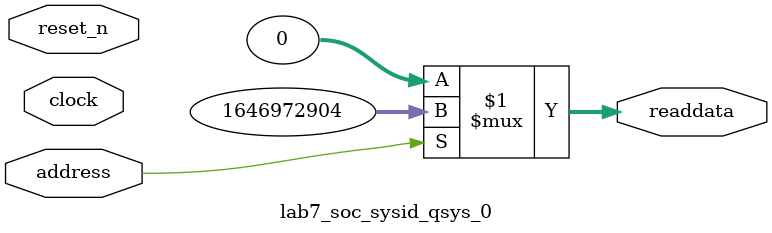
<source format=v>



// synthesis translate_off
`timescale 1ns / 1ps
// synthesis translate_on

// turn off superfluous verilog processor warnings 
// altera message_level Level1 
// altera message_off 10034 10035 10036 10037 10230 10240 10030 

module lab7_soc_sysid_qsys_0 (
               // inputs:
                address,
                clock,
                reset_n,

               // outputs:
                readdata
             )
;

  output  [ 31: 0] readdata;
  input            address;
  input            clock;
  input            reset_n;

  wire    [ 31: 0] readdata;
  //control_slave, which is an e_avalon_slave
  assign readdata = address ? 1646972904 : 0;

endmodule



</source>
